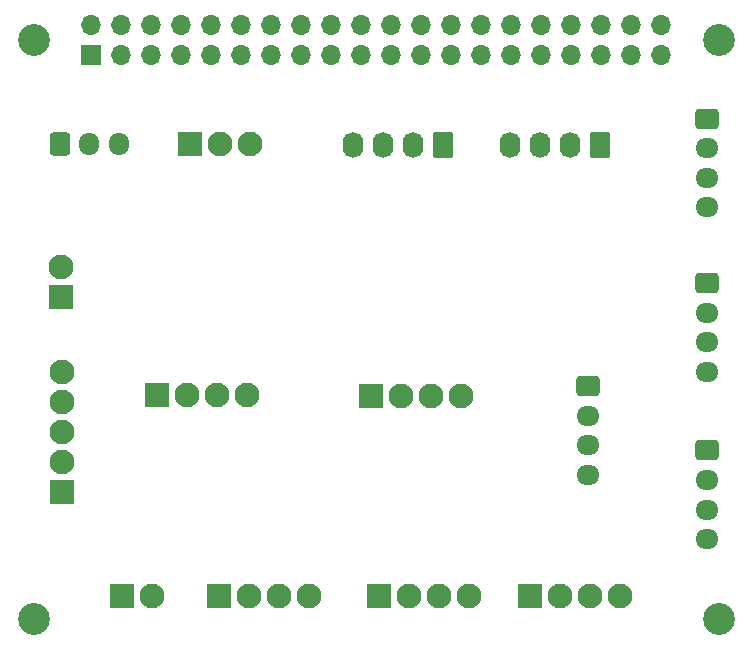
<source format=gbs>
%TF.GenerationSoftware,KiCad,Pcbnew,(6.0.1)*%
%TF.CreationDate,2022-03-16T15:45:56+00:00*%
%TF.ProjectId,pi_transceiver_hat,70695f74-7261-46e7-9363-65697665725f,1*%
%TF.SameCoordinates,Original*%
%TF.FileFunction,Soldermask,Bot*%
%TF.FilePolarity,Negative*%
%FSLAX46Y46*%
G04 Gerber Fmt 4.6, Leading zero omitted, Abs format (unit mm)*
G04 Created by KiCad (PCBNEW (6.0.1)) date 2022-03-16 15:45:56*
%MOMM*%
%LPD*%
G01*
G04 APERTURE LIST*
G04 Aperture macros list*
%AMRoundRect*
0 Rectangle with rounded corners*
0 $1 Rounding radius*
0 $2 $3 $4 $5 $6 $7 $8 $9 X,Y pos of 4 corners*
0 Add a 4 corners polygon primitive as box body*
4,1,4,$2,$3,$4,$5,$6,$7,$8,$9,$2,$3,0*
0 Add four circle primitives for the rounded corners*
1,1,$1+$1,$2,$3*
1,1,$1+$1,$4,$5*
1,1,$1+$1,$6,$7*
1,1,$1+$1,$8,$9*
0 Add four rect primitives between the rounded corners*
20,1,$1+$1,$2,$3,$4,$5,0*
20,1,$1+$1,$4,$5,$6,$7,0*
20,1,$1+$1,$6,$7,$8,$9,0*
20,1,$1+$1,$8,$9,$2,$3,0*%
G04 Aperture macros list end*
%ADD10C,2.700000*%
%ADD11RoundRect,0.250000X-0.725000X0.600000X-0.725000X-0.600000X0.725000X-0.600000X0.725000X0.600000X0*%
%ADD12O,1.950000X1.700000*%
%ADD13R,2.100000X2.100000*%
%ADD14C,2.100000*%
%ADD15RoundRect,0.250000X0.620000X0.845000X-0.620000X0.845000X-0.620000X-0.845000X0.620000X-0.845000X0*%
%ADD16O,1.740000X2.190000*%
%ADD17RoundRect,0.250000X-0.600000X-0.725000X0.600000X-0.725000X0.600000X0.725000X-0.600000X0.725000X0*%
%ADD18O,1.700000X1.950000*%
%ADD19R,1.700000X1.700000*%
%ADD20O,1.700000X1.700000*%
G04 APERTURE END LIST*
D10*
X166000000Y-74250000D03*
X166000000Y-123250000D03*
X108000000Y-123250000D03*
X108000000Y-74250000D03*
D11*
X154906200Y-103590400D03*
D12*
X154906200Y-106090400D03*
X154906200Y-108590400D03*
X154906200Y-111090400D03*
D13*
X150007400Y-121310400D03*
D14*
X152547400Y-121310400D03*
X155087400Y-121310400D03*
X157627400Y-121310400D03*
D13*
X118409800Y-104292400D03*
D14*
X120949800Y-104292400D03*
X123489800Y-104292400D03*
X126029800Y-104292400D03*
D13*
X123642200Y-121361200D03*
D14*
X126182200Y-121361200D03*
X128722200Y-121361200D03*
X131262200Y-121361200D03*
D11*
X164998400Y-109016800D03*
D12*
X164998400Y-111516800D03*
X164998400Y-114016800D03*
X164998400Y-116516800D03*
D13*
X137205800Y-121361200D03*
D14*
X139745800Y-121361200D03*
X142285800Y-121361200D03*
X144825800Y-121361200D03*
D15*
X142646400Y-83139600D03*
D16*
X140106400Y-83139600D03*
X137566400Y-83139600D03*
X135026400Y-83139600D03*
D17*
X110174400Y-83041000D03*
D18*
X112674400Y-83041000D03*
X115174400Y-83041000D03*
D13*
X110388400Y-112522000D03*
D14*
X110388400Y-109982000D03*
X110388400Y-107442000D03*
X110388400Y-104902000D03*
X110388400Y-102362000D03*
D13*
X110337600Y-96062800D03*
D14*
X110337600Y-93522800D03*
D13*
X115468400Y-121361200D03*
D14*
X118008400Y-121361200D03*
D13*
X121259600Y-83108800D03*
D14*
X123799600Y-83108800D03*
X126339600Y-83108800D03*
D15*
X155956000Y-83139600D03*
D16*
X153416000Y-83139600D03*
X150876000Y-83139600D03*
X148336000Y-83139600D03*
D13*
X136545400Y-104394000D03*
D14*
X139085400Y-104394000D03*
X141625400Y-104394000D03*
X144165400Y-104394000D03*
D11*
X164998400Y-94843600D03*
D12*
X164998400Y-97343600D03*
X164998400Y-99843600D03*
X164998400Y-102343600D03*
D11*
X164998400Y-80924400D03*
D12*
X164998400Y-83424400D03*
X164998400Y-85924400D03*
X164998400Y-88424400D03*
D19*
X112800000Y-75550000D03*
D20*
X112800000Y-73010000D03*
X115340000Y-75550000D03*
X115340000Y-73010000D03*
X117880000Y-75550000D03*
X117880000Y-73010000D03*
X120420000Y-75550000D03*
X120420000Y-73010000D03*
X122960000Y-75550000D03*
X122960000Y-73010000D03*
X125500000Y-75550000D03*
X125500000Y-73010000D03*
X128040000Y-75550000D03*
X128040000Y-73010000D03*
X130580000Y-75550000D03*
X130580000Y-73010000D03*
X133120000Y-75550000D03*
X133120000Y-73010000D03*
X135660000Y-75550000D03*
X135660000Y-73010000D03*
X138200000Y-75550000D03*
X138200000Y-73010000D03*
X140740000Y-75550000D03*
X140740000Y-73010000D03*
X143280000Y-75550000D03*
X143280000Y-73010000D03*
X145820000Y-75550000D03*
X145820000Y-73010000D03*
X148360000Y-75550000D03*
X148360000Y-73010000D03*
X150900000Y-75550000D03*
X150900000Y-73010000D03*
X153440000Y-75550000D03*
X153440000Y-73010000D03*
X155980000Y-75550000D03*
X155980000Y-73010000D03*
X158520000Y-75550000D03*
X158520000Y-73010000D03*
X161060000Y-75550000D03*
X161060000Y-73010000D03*
M02*

</source>
